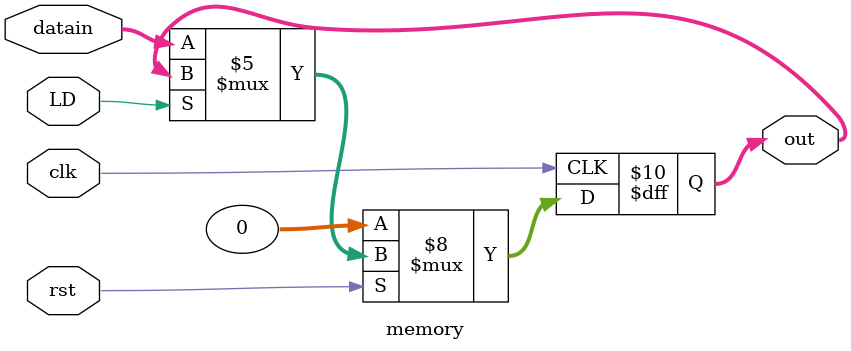
<source format=sv>
module memory #(
    parameter WIDTH = 32) 
(
    input clk,
    input rst,
    input LD,
    input [WIDTH - 1:0] datain,
    output reg [WIDTH - 1:0] out
);

always @(negedge clk) begin

    if (!rst) begin
        out <= {WIDTH{1'b0}};
    end
    else if (!LD) begin
        out <= datain;
    end
    else
        out <= out;
end

endmodule
</source>
